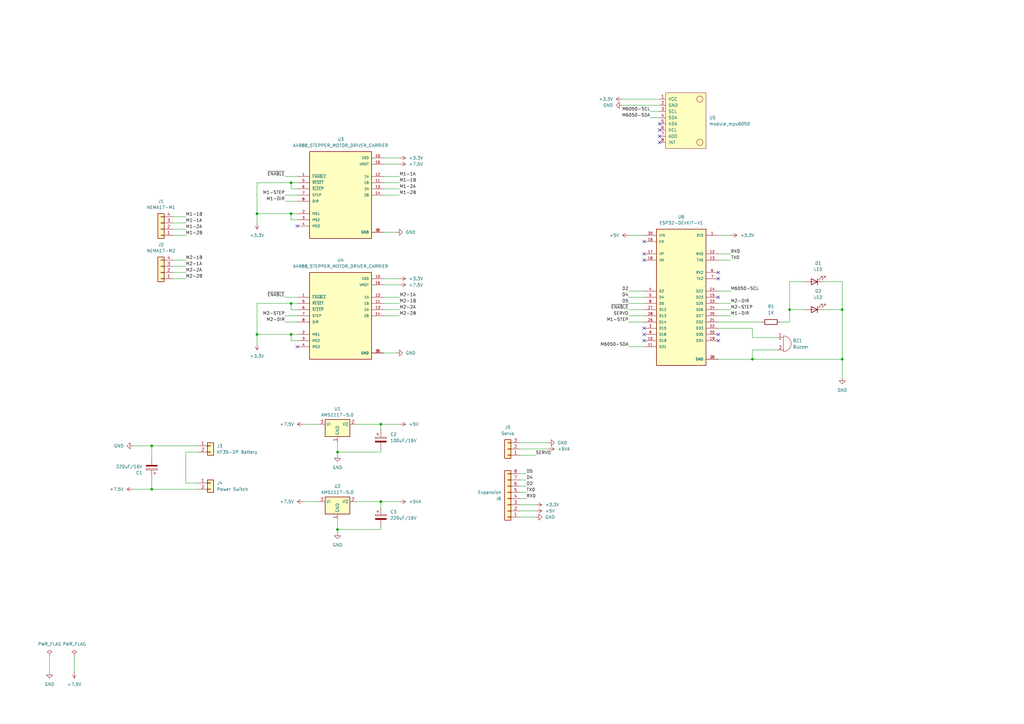
<source format=kicad_sch>
(kicad_sch (version 20230121) (generator eeschema)
  (paper "A3")
  (title_block (title "Stabilix - The 2WD Self-Balancing Robot") (date "2023-12-24") (rev "1.0") (company "Blue Manufatura e Comércio de Eletrônicos Ltda") (comment 2 "Based on JJ Robots open source project") (comment 3 "The 2WD Self-Balancing Robot") (comment 4 "Stabilix"))
  (lib_symbols
    (symbol "A4988_STEPPER_MOTOR_DRIVER_CARRIER:A4988_STEPPER_MOTOR_DRIVER_CARRIER" (pin_names (offset 1.016))
      (property "Reference" "U" (at -12.7 19.05 0))
      (property "Value" "A4988_STEPPER_MOTOR_DRIVER_CARRIER" (at -12.7 -21.59 0))
      (symbol "A4988_STEPPER_MOTOR_DRIVER_CARRIER_0_0"
        (rectangle (start -12.7 -17.78) (end 12.7 17.78) (stroke (width 0.254)) (fill (type background)))
        (pin input line (at -17.78 7.62 0) (length 5.08) (name "~{ENABLE}") (number "1"))
        (pin power_in line (at 17.78 15.24 180) (length 5.08) (name "VDD") (number "10"))
        (pin output line (at 17.78 5.08 180) (length 5.08) (name "1B") (number "11"))
        (pin output line (at 17.78 7.62 180) (length 5.08) (name "1A") (number "12"))
        (pin output line (at 17.78 2.54 180) (length 5.08) (name "2A") (number "13"))
        (pin output line (at 17.78 0 180) (length 5.08) (name "2B") (number "14"))
        (pin power_in line (at 17.78 -15.24 180) (length 5.08) (name "GND") (number "15"))
        (pin power_in line (at 17.78 12.7 180) (length 5.08) (name "VMOT") (number "16"))
        (pin input line (at -17.78 -7.62 0) (length 5.08) (name "MS1") (number "2"))
        (pin input line (at -17.78 -10.16 0) (length 5.08) (name "MS2") (number "3"))
        (pin input line (at -17.78 -12.7 0) (length 5.08) (name "MS3") (number "4"))
        (pin input line (at -17.78 5.08 0) (length 5.08) (name "~{RESET}") (number "5"))
        (pin input line (at -17.78 2.54 0) (length 5.08) (name "~{SLEEP}") (number "6"))
        (pin input line (at -17.78 0 0) (length 5.08) (name "STEP") (number "7"))
        (pin input line (at -17.78 -2.54 0) (length 5.08) (name "DIR") (number "8"))
        (pin power_in line (at 17.78 -15.24 180) (length 5.08) (name "GND") (number "9"))
      )
    )
    (symbol "Connector_Generic:Conn_01x02" (pin_names (offset 1.016) hide)
      (property "Reference" "J" (at 0 2.54 0))
      (property "Value" "Conn_01x02" (at 0 -5.08 0))
      (symbol "Conn_01x02_1_1"
        (rectangle (start -1.27 -2.413) (end 0 -2.667) (stroke (width 0.1524)))
        (rectangle (start -1.27 0.127) (end 0 -0.127) (stroke (width 0.1524)))
        (rectangle (start -1.27 1.27) (end 1.27 -3.81) (stroke (width 0.254)) (fill (type background)))
        (pin passive line (at -5.08 0 0) (length 3.81) (name "Pin_1") (number "1"))
        (pin passive line (at -5.08 -2.54 0) (length 3.81) (name "Pin_2") (number "2"))
      )
    )
    (symbol "Connector_Generic:Conn_01x03" (pin_names (offset 1.016) hide)
      (property "Reference" "J" (at 0 5.08 0))
      (property "Value" "Conn_01x03" (at 0 -5.08 0))
      (symbol "Conn_01x03_1_1"
        (rectangle (start -1.27 -2.413) (end 0 -2.667) (stroke (width 0.1524)))
        (rectangle (start -1.27 0.127) (end 0 -0.127) (stroke (width 0.1524)))
        (rectangle (start -1.27 2.667) (end 0 2.413) (stroke (width 0.1524)))
        (rectangle (start -1.27 3.81) (end 1.27 -3.81) (stroke (width 0.254)) (fill (type background)))
        (pin passive line (at -5.08 2.54 0) (length 3.81) (name "Pin_1") (number "1"))
        (pin passive line (at -5.08 0 0) (length 3.81) (name "Pin_2") (number "2"))
        (pin passive line (at -5.08 -2.54 0) (length 3.81) (name "Pin_3") (number "3"))
      )
    )
    (symbol "Connector_Generic:Conn_01x04" (pin_names (offset 1.016) hide)
      (property "Reference" "J" (at 0 5.08 0))
      (property "Value" "Conn_01x04" (at 0 -7.62 0))
      (symbol "Conn_01x04_1_1"
        (rectangle (start -1.27 -4.953) (end 0 -5.207) (stroke (width 0.1524)))
        (rectangle (start -1.27 -2.413) (end 0 -2.667) (stroke (width 0.1524)))
        (rectangle (start -1.27 0.127) (end 0 -0.127) (stroke (width 0.1524)))
        (rectangle (start -1.27 2.667) (end 0 2.413) (stroke (width 0.1524)))
        (rectangle (start -1.27 3.81) (end 1.27 -6.35) (stroke (width 0.254)) (fill (type background)))
        (pin passive line (at -5.08 2.54 0) (length 3.81) (name "Pin_1") (number "1"))
        (pin passive line (at -5.08 0 0) (length 3.81) (name "Pin_2") (number "2"))
        (pin passive line (at -5.08 -2.54 0) (length 3.81) (name "Pin_3") (number "3"))
        (pin passive line (at -5.08 -5.08 0) (length 3.81) (name "Pin_4") (number "4"))
      )
    )
    (symbol "Connector_Generic:Conn_01x08" (pin_names (offset 1.016) hide)
      (property "Reference" "J" (at 0 10.16 0))
      (property "Value" "Conn_01x08" (at 0 -12.7 0))
      (symbol "Conn_01x08_1_1"
        (rectangle (start -1.27 -10.033) (end 0 -10.287) (stroke (width 0.1524)))
        (rectangle (start -1.27 -7.493) (end 0 -7.747) (stroke (width 0.1524)))
        (rectangle (start -1.27 -4.953) (end 0 -5.207) (stroke (width 0.1524)))
        (rectangle (start -1.27 -2.413) (end 0 -2.667) (stroke (width 0.1524)))
        (rectangle (start -1.27 0.127) (end 0 -0.127) (stroke (width 0.1524)))
        (rectangle (start -1.27 2.667) (end 0 2.413) (stroke (width 0.1524)))
        (rectangle (start -1.27 5.207) (end 0 4.953) (stroke (width 0.1524)))
        (rectangle (start -1.27 7.747) (end 0 7.493) (stroke (width 0.1524)))
        (rectangle (start -1.27 8.89) (end 1.27 -11.43) (stroke (width 0.254)) (fill (type background)))
        (pin passive line (at -5.08 7.62 0) (length 3.81) (name "Pin_1") (number "1"))
        (pin passive line (at -5.08 5.08 0) (length 3.81) (name "Pin_2") (number "2"))
        (pin passive line (at -5.08 2.54 0) (length 3.81) (name "Pin_3") (number "3"))
        (pin passive line (at -5.08 0 0) (length 3.81) (name "Pin_4") (number "4"))
        (pin passive line (at -5.08 -2.54 0) (length 3.81) (name "Pin_5") (number "5"))
        (pin passive line (at -5.08 -5.08 0) (length 3.81) (name "Pin_6") (number "6"))
        (pin passive line (at -5.08 -7.62 0) (length 3.81) (name "Pin_7") (number "7"))
        (pin passive line (at -5.08 -10.16 0) (length 3.81) (name "Pin_8") (number "8"))
      )
    )
    (symbol "Device:Buzzer" (pin_names (offset 0.0254) hide)
      (property "Reference" "BZ" (at 3.81 1.27 0))
      (property "Value" "Buzzer" (at 3.81 -1.27 0))
      (symbol "Buzzer_0_1"
        (arc (start 0 -3.175) (mid 3.1612 0) (end 0 3.175))
        (polyline (pts (xy -1.651 1.905) (xy -1.143 1.905)))
        (polyline (pts (xy -1.397 2.159) (xy -1.397 1.651)))
        (polyline (pts (xy 0 3.175) (xy 0 -3.175)))
      )
      (symbol "Buzzer_1_1"
        (pin passive line (at -2.54 2.54 0) (length 2.54) (name "-") (number "1"))
        (pin passive line (at -2.54 -2.54 0) (length 2.54) (name "+") (number "2"))
      )
    )
    (symbol "Device:C_Polarized" (pin_numbers hide) (pin_names (offset 0.254))
      (property "Reference" "C" (at 0.635 2.54 0))
      (property "Value" "C_Polarized" (at 0.635 -2.54 0))
      (symbol "C_Polarized_0_1"
        (rectangle (start -2.286 0.508) (end 2.286 1.016))
        (polyline (pts (xy -1.778 2.286) (xy -0.762 2.286)))
        (polyline (pts (xy -1.27 2.794) (xy -1.27 1.778)))
        (rectangle (start 2.286 -0.508) (end -2.286 -1.016) (fill (type outline)))
      )
      (symbol "C_Polarized_1_1"
        (pin passive line (at 0 3.81 270) (length 2.794) (name "~") (number "1"))
        (pin passive line (at 0 -3.81 90) (length 2.794) (name "~") (number "2"))
      )
    )
    (symbol "Device:LED" (pin_numbers hide) (pin_names (offset 1.016) hide)
      (property "Reference" "D" (at 0 2.54 0))
      (property "Value" "LED" (at 0 -2.54 0))
      (symbol "LED_0_1"
        (polyline (pts (xy -1.27 -1.27) (xy -1.27 1.27)) (stroke (width 0.254)))
        (polyline (pts (xy -1.27 0) (xy 1.27 0)))
        (polyline (pts (xy 1.27 -1.27) (xy 1.27 1.27) (xy -1.27 0) (xy 1.27 -1.27)) (stroke (width 0.254)))
        (polyline (pts (xy -3.048 -0.762) (xy -4.572 -2.286) (xy -3.81 -2.286) (xy -4.572 -2.286) (xy -4.572 -1.524)))
        (polyline (pts (xy -1.778 -0.762) (xy -3.302 -2.286) (xy -2.54 -2.286) (xy -3.302 -2.286) (xy -3.302 -1.524)))
      )
      (symbol "LED_1_1"
        (pin passive line (at -3.81 0 0) (length 2.54) (name "K") (number "1"))
        (pin passive line (at 3.81 0 180) (length 2.54) (name "A") (number "2"))
      )
    )
    (symbol "Device:R" (pin_numbers hide) (pin_names (offset 0))
      (property "Reference" "R" (at 2.032 0 90))
      (property "Value" "R" (at 0 0 90))
      (symbol "R_0_1"
        (rectangle (start -1.016 -2.54) (end 1.016 2.54) (stroke (width 0.254)))
      )
      (symbol "R_1_1"
        (pin passive line (at 0 3.81 270) (length 1.27) (name "~") (number "1"))
        (pin passive line (at 0 -3.81 90) (length 1.27) (name "~") (number "2"))
      )
    )
    (symbol "ESP32-DEVKIT-V1:ESP32-DEVKIT-V1" (pin_names (offset 1.016))
      (property "Reference" "U" (at -10.16 30.48 0))
      (property "Value" "ESP32-DEVKIT-V1" (at -10.16 -30.48 0))
      (symbol "ESP32-DEVKIT-V1_0_0"
        (rectangle (start -10.16 -27.94) (end 10.16 27.94) (stroke (width 0.254)) (fill (type background)))
        (pin output line (at 15.24 25.4 180) (length 5.08) (name "3V3") (number "1"))
        (pin bidirectional line (at -15.24 -17.78 0) (length 5.08) (name "D19") (number "10"))
        (pin bidirectional line (at -15.24 -20.32 0) (length 5.08) (name "D21") (number "11"))
        (pin input line (at 15.24 17.78 180) (length 5.08) (name "RX0") (number "12"))
        (pin output line (at 15.24 15.24 180) (length 5.08) (name "TX0") (number "13"))
        (pin bidirectional line (at 15.24 2.54 180) (length 5.08) (name "D22") (number "14"))
        (pin bidirectional line (at 15.24 0 180) (length 5.08) (name "D23") (number "15"))
        (pin input line (at -15.24 22.86 0) (length 5.08) (name "EN") (number "16"))
        (pin bidirectional line (at -15.24 17.78 0) (length 5.08) (name "VP") (number "17"))
        (pin bidirectional line (at -15.24 15.24 0) (length 5.08) (name "VN") (number "18"))
        (pin bidirectional line (at 15.24 -17.78 180) (length 5.08) (name "D34") (number "19"))
        (pin power_in line (at 15.24 -25.4 180) (length 5.08) (name "GND") (number "2"))
        (pin bidirectional line (at 15.24 -15.24 180) (length 5.08) (name "D35") (number "20"))
        (pin bidirectional line (at 15.24 -10.16 180) (length 5.08) (name "D32") (number "21"))
        (pin bidirectional line (at 15.24 -12.7 180) (length 5.08) (name "D33") (number "22"))
        (pin bidirectional line (at 15.24 -2.54 180) (length 5.08) (name "D25") (number "23"))
        (pin bidirectional line (at 15.24 -5.08 180) (length 5.08) (name "D26") (number "24"))
        (pin bidirectional line (at 15.24 -7.62 180) (length 5.08) (name "D27") (number "25"))
        (pin bidirectional line (at -15.24 -10.16 0) (length 5.08) (name "D14") (number "26"))
        (pin bidirectional line (at -15.24 -5.08 0) (length 5.08) (name "D12") (number "27"))
        (pin bidirectional line (at -15.24 -7.62 0) (length 5.08) (name "D13") (number "28"))
        (pin power_in line (at 15.24 -25.4 180) (length 5.08) (name "GND") (number "29"))
        (pin bidirectional line (at -15.24 -12.7 0) (length 5.08) (name "D15") (number "3"))
        (pin input line (at -15.24 25.4 0) (length 5.08) (name "VIN") (number "30"))
        (pin bidirectional line (at -15.24 2.54 0) (length 5.08) (name "D2") (number "4"))
        (pin bidirectional line (at -15.24 0 0) (length 5.08) (name "D4") (number "5"))
        (pin input line (at 15.24 10.16 180) (length 5.08) (name "RX2") (number "6"))
        (pin output line (at 15.24 7.62 180) (length 5.08) (name "TX2") (number "7"))
        (pin bidirectional line (at -15.24 -2.54 0) (length 5.08) (name "D5") (number "8"))
        (pin bidirectional line (at -15.24 -15.24 0) (length 5.08) (name "D18") (number "9"))
      )
    )
    (symbol "Regulator_Linear:AMS1117-5.0"
      (property "Reference" "U" (at -3.81 3.175 0))
      (property "Value" "AMS1117-5.0" (at 0 3.175 0))
      (symbol "AMS1117-5.0_0_1"
        (rectangle (start -5.08 -5.08) (end 5.08 1.905) (stroke (width 0.254)) (fill (type background)))
      )
      (symbol "AMS1117-5.0_1_1"
        (pin power_in line (at 0 -7.62 90) (length 2.54) (name "GND") (number "1"))
        (pin power_out line (at 7.62 0 180) (length 2.54) (name "VO") (number "2"))
        (pin power_in line (at -7.62 0 0) (length 2.54) (name "VI") (number "3"))
      )
    )
    (symbol "power:+3.3V" (power) (pin_names (offset 0))
      (property "Value" "+3.3V" (at 0 3.556 0))
      (symbol "+3.3V_0_1"
        (polyline (pts (xy -0.762 1.27) (xy 0 2.54)))
        (polyline (pts (xy 0 0) (xy 0 2.54)))
        (polyline (pts (xy 0 2.54) (xy 0.762 1.27)))
      )
      (symbol "+3.3V_1_1"
        (pin power_in line (at 0 0 90) (length 0) hide (name "+3.3V") (number "1"))
      )
    )
    (symbol "power:+5V" (power) (pin_names (offset 0))
      (property "Value" "+5V" (at 0 3.556 0))
      (symbol "+5V_0_1"
        (polyline (pts (xy -0.762 1.27) (xy 0 2.54)))
        (polyline (pts (xy 0 0) (xy 0 2.54)))
        (polyline (pts (xy 0 2.54) (xy 0.762 1.27)))
      )
      (symbol "+5V_1_1"
        (pin power_in line (at 0 0 90) (length 0) hide (name "+5V") (number "1"))
      )
    )
    (symbol "power:+5VA" (power) (pin_names (offset 0))
      (property "Value" "+5VA" (at 0 3.556 0))
      (symbol "+5VA_0_1"
        (polyline (pts (xy -0.762 1.27) (xy 0 2.54)))
        (polyline (pts (xy 0 0) (xy 0 2.54)))
        (polyline (pts (xy 0 2.54) (xy 0.762 1.27)))
      )
      (symbol "+5VA_1_1"
        (pin power_in line (at 0 0 90) (length 0) hide (name "+5VA") (number "1"))
      )
    )
    (symbol "power:+7.5V" (power) (pin_names (offset 0))
      (property "Value" "+7.5V" (at 0 3.556 0))
      (symbol "+7.5V_0_1"
        (polyline (pts (xy -0.762 1.27) (xy 0 2.54)))
        (polyline (pts (xy 0 0) (xy 0 2.54)))
        (polyline (pts (xy 0 2.54) (xy 0.762 1.27)))
      )
      (symbol "+7.5V_1_1"
        (pin power_in line (at 0 0 90) (length 0) hide (name "+7.5V") (number "1"))
      )
    )
    (symbol "power:GND" (power) (pin_names (offset 0))
      (property "Value" "GND" (at 0 -3.81 0))
      (symbol "GND_0_1"
        (polyline (pts (xy 0 0) (xy 0 -1.27) (xy 1.27 -1.27) (xy 0 -2.54) (xy -1.27 -1.27) (xy 0 -1.27)))
      )
      (symbol "GND_1_1"
        (pin power_in line (at 0 0 270) (length 0) hide (name "GND") (number "1"))
      )
    )
    (symbol "power:PWR_FLAG" (power) (pin_numbers hide) (pin_names (offset 0) hide)
      (property "Value" "PWR_FLAG" (at 0 3.81 0))
      (symbol "PWR_FLAG_0_0"
        (pin power_out line (at 0 0 90) (length 0) (name "pwr") (number "1"))
      )
      (symbol "PWR_FLAG_0_1"
        (polyline (pts (xy 0 0) (xy 0 1.27) (xy -1.016 1.905) (xy 0 2.54) (xy 1.016 1.905) (xy 0 1.27)))
      )
    )
    (symbol "usini_sensors:module_mpu6050" (pin_names (offset 1.016))
      (property "Reference" "U" (at 2.54 21.59 0))
      (property "Value" "module_mpu6050" (at 11.43 -3.81 0))
      (symbol "module_mpu6050_0_1"
        (rectangle (start 2.54 20.32) (end 19.05 -2.54) (fill (type background)))
        (circle (center 16.51 0) (radius 1.27))
        (circle (center 16.51 17.78) (radius 1.27))
      )
      (symbol "module_mpu6050_1_1"
        (pin input line (at 0 17.78 0) (length 2.54) (name "VCC") (number "1"))
        (pin input line (at 0 15.24 0) (length 2.54) (name "GND") (number "2"))
        (pin input line (at 0 12.7 0) (length 2.54) (name "SCL") (number "3"))
        (pin input line (at 0 10.16 0) (length 2.54) (name "SDA") (number "4"))
        (pin input line (at 0 7.62 0) (length 2.54) (name "XDA") (number "5"))
        (pin input line (at 0 5.08 0) (length 2.54) (name "XCL") (number "6"))
        (pin input line (at 0 2.54 0) (length 2.54) (name "ADD") (number "7"))
        (pin input line (at 0 0 0) (length 2.54) (name "INT") (number "8"))
      )
    )
  )
  (junction (at 138.43 185.42))
  (junction (at 308.61 147.32))
  (junction (at 105.41 87.63))
  (junction (at 156.21 205.74))
  (junction (at 119.38 124.46))
  (junction (at 119.38 74.93))
  (junction (at 119.38 87.63))
  (junction (at 323.85 127))
  (junction (at 345.44 127))
  (junction (at 156.21 173.99))
  (junction (at 62.23 200.66))
  (junction (at 62.23 182.88))
  (junction (at 138.43 217.17))
  (junction (at 105.41 137.16))
  (junction (at 119.38 137.16))
  (junction (at 345.44 147.32))
  (no_connect (at 264.16 134.62))
  (no_connect (at 270.51 55.88))
  (no_connect (at 294.64 114.3))
  (no_connect (at 270.51 50.8))
  (no_connect (at 270.51 58.42))
  (no_connect (at 294.64 137.16))
  (no_connect (at 270.51 53.34))
  (no_connect (at 294.64 139.7))
  (no_connect (at 264.16 99.06))
  (no_connect (at 264.16 137.16))
  (no_connect (at 264.16 104.14))
  (no_connect (at 121.92 142.24))
  (no_connect (at 264.16 106.68))
  (no_connect (at 121.92 92.71))
  (no_connect (at 294.64 111.76))
  (no_connect (at 294.64 121.92))
  (no_connect (at 264.16 139.7))
  (wire (pts (xy 156.21 184.15) (xy 156.21 185.42)))
  (wire (pts (xy 255.27 40.64) (xy 270.51 40.64)))
  (wire (pts (xy 157.48 114.3) (xy 163.83 114.3)))
  (wire (pts (xy 116.84 82.55) (xy 121.92 82.55)))
  (wire (pts (xy 156.21 215.9) (xy 156.21 217.17)))
  (wire (pts (xy 323.85 115.57) (xy 323.85 127)))
  (wire (pts (xy 20.32 269.24) (xy 20.32 275.59)))
  (wire (pts (xy 157.48 77.47) (xy 163.83 77.47)))
  (wire (pts (xy 264.16 142.24) (xy 257.81 142.24)))
  (wire (pts (xy 138.43 181.61) (xy 138.43 185.42)))
  (wire (pts (xy 76.2 198.12) (xy 81.28 198.12)))
  (wire (pts (xy 121.92 90.17) (xy 119.38 90.17)))
  (wire (pts (xy 62.23 182.88) (xy 81.28 182.88)))
  (wire (pts (xy 308.61 138.43) (xy 308.61 134.62)))
  (wire (pts (xy 119.38 139.7) (xy 119.38 137.16)))
  (wire (pts (xy 213.36 181.61) (xy 224.79 181.61)))
  (wire (pts (xy 308.61 147.32) (xy 308.61 143.51)))
  (wire (pts (xy 71.12 114.3) (xy 76.2 114.3)))
  (wire (pts (xy 54.61 182.88) (xy 62.23 182.88)))
  (wire (pts (xy 105.41 91.44) (xy 105.41 87.63)))
  (wire (pts (xy 215.9 199.39) (xy 213.36 199.39)))
  (wire (pts (xy 146.05 205.74) (xy 156.21 205.74)))
  (wire (pts (xy 215.9 204.47) (xy 213.36 204.47)))
  (wire (pts (xy 119.38 74.93) (xy 105.41 74.93)))
  (wire (pts (xy 119.38 90.17) (xy 119.38 87.63)))
  (wire (pts (xy 116.84 129.54) (xy 121.92 129.54)))
  (wire (pts (xy 119.38 77.47) (xy 119.38 74.93)))
  (wire (pts (xy 215.9 194.31) (xy 213.36 194.31)))
  (wire (pts (xy 157.48 80.01) (xy 163.83 80.01)))
  (wire (pts (xy 294.64 119.38) (xy 299.72 119.38)))
  (wire (pts (xy 294.64 104.14) (xy 299.72 104.14)))
  (wire (pts (xy 71.12 91.44) (xy 76.2 91.44)))
  (wire (pts (xy 320.04 132.08) (xy 323.85 132.08)))
  (wire (pts (xy 105.41 124.46) (xy 105.41 137.16)))
  (wire (pts (xy 71.12 109.22) (xy 76.2 109.22)))
  (wire (pts (xy 119.38 127) (xy 119.38 124.46)))
  (wire (pts (xy 76.2 185.42) (xy 76.2 198.12)))
  (wire (pts (xy 157.48 67.31) (xy 163.83 67.31)))
  (wire (pts (xy 105.41 140.97) (xy 105.41 137.16)))
  (wire (pts (xy 224.79 184.15) (xy 213.36 184.15)))
  (wire (pts (xy 71.12 111.76) (xy 76.2 111.76)))
  (wire (pts (xy 116.84 80.01) (xy 121.92 80.01)))
  (wire (pts (xy 157.48 116.84) (xy 163.83 116.84)))
  (wire (pts (xy 105.41 137.16) (xy 119.38 137.16)))
  (wire (pts (xy 30.48 269.24) (xy 30.48 275.59)))
  (wire (pts (xy 119.38 124.46) (xy 105.41 124.46)))
  (wire (pts (xy 257.81 129.54) (xy 264.16 129.54)))
  (wire (pts (xy 116.84 132.08) (xy 121.92 132.08)))
  (wire (pts (xy 105.41 87.63) (xy 119.38 87.63)))
  (wire (pts (xy 121.92 74.93) (xy 119.38 74.93)))
  (wire (pts (xy 323.85 127) (xy 330.2 127)))
  (wire (pts (xy 257.81 127) (xy 264.16 127)))
  (wire (pts (xy 219.71 207.01) (xy 213.36 207.01)))
  (wire (pts (xy 156.21 173.99) (xy 156.21 176.53)))
  (wire (pts (xy 71.12 93.98) (xy 76.2 93.98)))
  (wire (pts (xy 62.23 182.88) (xy 62.23 187.96)))
  (wire (pts (xy 157.48 64.77) (xy 163.83 64.77)))
  (wire (pts (xy 163.83 173.99) (xy 156.21 173.99)))
  (wire (pts (xy 219.71 209.55) (xy 213.36 209.55)))
  (wire (pts (xy 266.7 45.72) (xy 270.51 45.72)))
  (wire (pts (xy 294.64 96.52) (xy 299.72 96.52)))
  (wire (pts (xy 54.61 200.66) (xy 62.23 200.66)))
  (wire (pts (xy 323.85 115.57) (xy 330.2 115.57)))
  (wire (pts (xy 121.92 124.46) (xy 119.38 124.46)))
  (wire (pts (xy 138.43 217.17) (xy 138.43 218.44)))
  (wire (pts (xy 345.44 147.32) (xy 345.44 127)))
  (wire (pts (xy 266.7 48.26) (xy 270.51 48.26)))
  (wire (pts (xy 163.83 205.74) (xy 156.21 205.74)))
  (wire (pts (xy 323.85 132.08) (xy 323.85 127)))
  (wire (pts (xy 121.92 139.7) (xy 119.38 139.7)))
  (wire (pts (xy 308.61 143.51) (xy 318.77 143.51)))
  (wire (pts (xy 157.48 144.78) (xy 162.56 144.78)))
  (wire (pts (xy 157.48 124.46) (xy 163.83 124.46)))
  (wire (pts (xy 156.21 185.42) (xy 138.43 185.42)))
  (wire (pts (xy 156.21 205.74) (xy 156.21 208.28)))
  (wire (pts (xy 71.12 88.9) (xy 76.2 88.9)))
  (wire (pts (xy 257.81 132.08) (xy 264.16 132.08)))
  (wire (pts (xy 119.38 137.16) (xy 121.92 137.16)))
  (wire (pts (xy 294.64 132.08) (xy 312.42 132.08)))
  (wire (pts (xy 157.48 129.54) (xy 163.83 129.54)))
  (wire (pts (xy 62.23 195.58) (xy 62.23 200.66)))
  (wire (pts (xy 138.43 185.42) (xy 138.43 186.69)))
  (wire (pts (xy 337.82 127) (xy 345.44 127)))
  (wire (pts (xy 345.44 115.57) (xy 345.44 127)))
  (wire (pts (xy 215.9 201.93) (xy 213.36 201.93)))
  (wire (pts (xy 124.46 173.99) (xy 130.81 173.99)))
  (wire (pts (xy 257.81 96.52) (xy 264.16 96.52)))
  (wire (pts (xy 157.48 74.93) (xy 163.83 74.93)))
  (wire (pts (xy 213.36 186.69) (xy 219.71 186.69)))
  (wire (pts (xy 156.21 217.17) (xy 138.43 217.17)))
  (wire (pts (xy 294.64 147.32) (xy 308.61 147.32)))
  (wire (pts (xy 257.81 119.38) (xy 264.16 119.38)))
  (wire (pts (xy 105.41 74.93) (xy 105.41 87.63)))
  (wire (pts (xy 215.9 196.85) (xy 213.36 196.85)))
  (wire (pts (xy 255.27 43.18) (xy 270.51 43.18)))
  (wire (pts (xy 157.48 95.25) (xy 162.56 95.25)))
  (wire (pts (xy 119.38 87.63) (xy 121.92 87.63)))
  (wire (pts (xy 308.61 147.32) (xy 345.44 147.32)))
  (wire (pts (xy 157.48 127) (xy 163.83 127)))
  (wire (pts (xy 257.81 124.46) (xy 264.16 124.46)))
  (wire (pts (xy 157.48 121.92) (xy 163.83 121.92)))
  (wire (pts (xy 71.12 106.68) (xy 76.2 106.68)))
  (wire (pts (xy 308.61 134.62) (xy 294.64 134.62)))
  (wire (pts (xy 308.61 138.43) (xy 318.77 138.43)))
  (wire (pts (xy 294.64 127) (xy 299.72 127)))
  (wire (pts (xy 116.84 72.39) (xy 121.92 72.39)))
  (wire (pts (xy 121.92 77.47) (xy 119.38 77.47)))
  (wire (pts (xy 294.64 106.68) (xy 299.72 106.68)))
  (wire (pts (xy 157.48 72.39) (xy 163.83 72.39)))
  (wire (pts (xy 294.64 124.46) (xy 299.72 124.46)))
  (wire (pts (xy 294.64 129.54) (xy 299.72 129.54)))
  (wire (pts (xy 71.12 96.52) (xy 76.2 96.52)))
  (wire (pts (xy 337.82 115.57) (xy 345.44 115.57)))
  (wire (pts (xy 124.46 205.74) (xy 130.81 205.74)))
  (wire (pts (xy 219.71 212.09) (xy 213.36 212.09)))
  (wire (pts (xy 116.84 121.92) (xy 121.92 121.92)))
  (wire (pts (xy 62.23 200.66) (xy 81.28 200.66)))
  (wire (pts (xy 81.28 185.42) (xy 76.2 185.42)))
  (wire (pts (xy 146.05 173.99) (xy 156.21 173.99)))
  (wire (pts (xy 138.43 213.36) (xy 138.43 217.17)))
  (wire (pts (xy 257.81 121.92) (xy 264.16 121.92)))
  (wire (pts (xy 121.92 127) (xy 119.38 127)))
  (wire (pts (xy 345.44 147.32) (xy 345.44 154.94)))
  (label "TX0" (at 299.72 106.68 0))
  (label "M1-2A" (at 76.2 93.98 0))
  (label "TX0" (at 215.9 201.93 0))
  (label "M1-DIR" (at 299.72 129.54 0))
  (label "M2-DIR" (at 116.84 132.08 180))
  (label "M1-1A" (at 163.83 72.39 0))
  (label "M1-DIR" (at 116.84 82.55 180))
  (label "M1-STEP" (at 116.84 80.01 180))
  (label "M1-1B" (at 76.2 88.9 0))
  (label "M6050-SCL" (at 299.72 119.38 0))
  (label "D5" (at 215.9 194.31 0))
  (label "M2-2B" (at 76.2 114.3 0))
  (label "M2-2B" (at 163.83 129.54 0))
  (label "M1-2B" (at 163.83 80.01 0))
  (label "M2-DIR" (at 299.72 124.46 0))
  (label "M2-STEP" (at 299.72 127 0))
  (label "SERVO" (at 257.81 129.54 180))
  (label "M2-2A" (at 76.2 111.76 0))
  (label "M6050-SDA" (at 266.7 48.26 180))
  (label "M2-2A" (at 163.83 127 0))
  (label "D2" (at 215.9 199.39 0))
  (label "~{ENABLE}" (at 116.84 72.39 180))
  (label "M6050-SDA" (at 257.81 142.24 180))
  (label "M6050-SCL" (at 266.7 45.72 180))
  (label "M2-1A" (at 76.2 109.22 0))
  (label "~{ENABLE}" (at 116.84 121.92 180))
  (label "M2-1B" (at 163.83 124.46 0))
  (label "~{ENABLE}" (at 257.81 127 180))
  (label "M2-STEP" (at 116.84 129.54 180))
  (label "RX0" (at 299.72 104.14 0))
  (label "SERVO" (at 219.71 186.69 0))
  (label "M1-2B" (at 76.2 96.52 0))
  (label "M1-2A" (at 163.83 77.47 0))
  (label "D4" (at 215.9 196.85 0))
  (label "D4" (at 257.81 121.92 180))
  (label "M1-1B" (at 163.83 74.93 0))
  (label "D2" (at 257.81 119.38 180))
  (label "M2-1B" (at 76.2 106.68 0))
  (label "RX0" (at 215.9 204.47 0))
  (label "D5" (at 257.81 124.46 180))
  (label "M2-1A" (at 163.83 121.92 0))
  (label "M1-1A" (at 76.2 91.44 0))
  (label "M1-STEP" (at 257.81 132.08 180))
  (symbol (lib_id "Device:Buzzer") (at 321.31 140.97 0) (unit 1)
    (property "Reference" "BZ1" (at 325.12 139.7 0) (effects (justify left)))
    (property "Value" "Buzzer" (at 325.12 142.24 0) (effects (justify left)))
    (property "Footprint" "Buzzer_Beeper:Buzzer_12x9.5RM7.6" (effects hide))
  )
  (symbol (lib_id "power:GND") (at 20.32 275.59 0) (unit 1)
    (property "Reference" "#PWR01" (effects hide))
    (property "Value" "GND" (at 20.32 280.67 0))
  )
  (symbol (lib_id "power:+7.5V") (at 54.61 200.66 90) (unit 1)
    (property "Reference" "#PWR04" (effects hide))
    (property "Value" "+7.5V" (at 50.8 200.66 90) (effects (justify left)))
  )
  (symbol (lib_id "power:+3.3V") (at 255.27 40.64 90) (unit 1)
    (property "Reference" "#PWR021" (effects hide))
    (property "Value" "+3.3V" (at 251.46 40.64 90) (effects (justify left)))
  )
  (symbol (lib_id "Device:C_Polarized") (at 156.21 180.34 0) (unit 1)
    (property "Reference" "C2" (at 160.02 178.181 0) (effects (justify left)))
    (property "Value" "100uF/16V" (at 160.02 180.721 0) (effects (justify left)))
    (property "Footprint" "Capacitor_THT:CP_Radial_D5.0mm_P2.50mm" (effects hide))
  )
  (symbol (lib_id "power:GND") (at 54.61 182.88 270) (unit 1)
    (property "Reference" "#PWR03" (effects hide))
    (property "Value" "GND" (at 50.8 182.88 90) (effects (justify right)))
  )
  (symbol (lib_id "power:+3.3V") (at 299.72 96.52 270) (unit 1)
    (property "Reference" "#PWR024" (effects hide))
    (property "Value" "+3.3V" (at 303.53 96.52 90) (effects (justify left)))
  )
  (symbol (lib_id "ESP32-DEVKIT-V1:ESP32-DEVKIT-V1") (at 279.4 121.92 0) (unit 1)
    (property "Reference" "U6" (at 279.4 88.9 0))
    (property "Value" "ESP32-DEVKIT-V1" (at 279.4 91.44 0))
    (property "Footprint" "libraries:MODULE_ESP32_DEVKIT_V1" (effects hide))
    (property "MF" "Do it" (effects hide))
    (property "MAXIMUM_PACKAGE_HEIGHT" "6.8 mm" (effects hide))
    (property "Package" "None" (effects hide))
    (property "Price" "None" (effects hide))
    (property "Check_prices" "https://www.snapeda.com/parts/ESP32-DEVKIT-V1/Do+it/view-part/?ref=eda" (effects hide))
    (property "STANDARD" "Manufacturer Recommendations" (effects hide))
    (property "PARTREV" "N/A" (effects hide))
    (property "SnapEDA_Link" "https://www.snapeda.com/parts/ESP32-DEVKIT-V1/Do+it/view-part/?ref=snap" (effects hide))
    (property "MP" "ESP32-DEVKIT-V1" (effects hide))
    (property "Description" "\nDual core, Wi-Fi: 2.4 GHz up to 150 Mbits/s,BLE (Bluetooth Low Energy) and legacy Bluetooth, 32 bits, Up to 240 MHz\n" (effects hide))
    (property "Availability" "Not in stock" (effects hide))
    (property "MANUFACTURER" "DOIT" (effects hide))
  )
  (symbol (lib_id "power:+3.3V") (at 163.83 114.3 270) (unit 1)
    (property "Reference" "#PWR015" (effects hide))
    (property "Value" "+3.3V" (at 167.64 114.3 90) (effects (justify left)))
  )
  (symbol (lib_id "Device:LED") (at 334.01 115.57 180) (unit 1)
    (property "Reference" "D1" (at 335.5975 107.95 0))
    (property "Value" "LED" (at 335.5975 110.49 0))
    (property "Footprint" "LED_THT:LED_D3.0mm" (effects hide))
  )
  (symbol (lib_id "power:GND") (at 345.44 154.94 0) (unit 1)
    (property "Reference" "#PWR025" (effects hide))
    (property "Value" "GND" (at 345.44 160.02 0))
  )
  (symbol (lib_id "power:+5V") (at 163.83 173.99 270) (unit 1)
    (property "Reference" "#PWR017" (effects hide))
    (property "Value" "+5V" (at 167.64 173.99 90) (effects (justify left)))
  )
  (symbol (lib_id "Connector_Generic:Conn_01x08") (at 208.28 204.47 180) (unit 1)
    (property "Reference" "J6" (at 205.74 204.47 0) (effects (justify left)))
    (property "Value" "Expansion" (at 205.74 201.93 0) (effects (justify left)))
    (property "Footprint" "Connector_PinHeader_2.54mm:PinHeader_2x04_P2.54mm_Vertical" (effects hide))
  )
  (symbol (lib_id "power:+7.5V") (at 163.83 67.31 270) (unit 1)
    (property "Reference" "#PWR014" (effects hide))
    (property "Value" "+7.5V" (at 167.64 67.31 90) (effects (justify left)))
  )
  (symbol (lib_id "power:PWR_FLAG") (at 20.32 269.24 0) (unit 1)
    (property "Reference" "#FLG01" (effects hide))
    (property "Value" "PWR_FLAG" (at 20.32 264.16 0))
  )
  (symbol (lib_id "Device:C_Polarized") (at 62.23 191.77 180) (unit 1)
    (property "Reference" "C1" (at 58.42 193.929 0) (effects (justify left)))
    (property "Value" "220uF/16V" (at 58.42 191.389 0) (effects (justify left)))
    (property "Footprint" "Capacitor_THT:CP_Radial_D6.3mm_P2.50mm" (effects hide))
  )
  (symbol (lib_id "Connector_Generic:Conn_01x03") (at 208.28 184.15 180) (unit 1)
    (property "Reference" "J5" (at 208.28 175.26 0))
    (property "Value" "Servo" (at 208.28 177.8 0))
    (property "Footprint" "Connector_PinHeader_2.54mm:PinHeader_1x03_P2.54mm_Vertical" (effects hide))
  )
  (symbol (lib_id "power:+3.3V") (at 105.41 91.44 180) (unit 1)
    (property "Reference" "#PWR05" (effects hide))
    (property "Value" "+3.3V" (at 105.41 96.52 0))
  )
  (symbol (lib_id "power:+3.3V") (at 163.83 64.77 270) (unit 1)
    (property "Reference" "#PWR013" (effects hide))
    (property "Value" "+3.3V" (at 167.64 64.77 90) (effects (justify left)))
  )
  (symbol (lib_id "Connector_Generic:Conn_01x04") (at 66.04 111.76 180) (unit 1)
    (property "Reference" "J2" (at 66.04 100.33 0))
    (property "Value" "NEMA17-M2" (at 66.04 102.87 0))
    (property "Footprint" "Connector_PinHeader_2.54mm:PinHeader_1x04_P2.54mm_Vertical" (effects hide))
  )
  (symbol (lib_id "power:GND") (at 162.56 144.78 90) (unit 1)
    (property "Reference" "#PWR012" (effects hide))
    (property "Value" "GND" (at 166.37 144.78 90) (effects (justify right)))
  )
  (symbol (lib_id "Device:C_Polarized") (at 156.21 212.09 0) (unit 1)
    (property "Reference" "C3" (at 160.02 209.931 0) (effects (justify left)))
    (property "Value" "220uF/16V" (at 160.02 212.471 0) (effects (justify left)))
    (property "Footprint" "Capacitor_THT:CP_Radial_D6.3mm_P2.50mm" (effects hide))
  )
  (symbol (lib_id "Connector_Generic:Conn_01x02") (at 86.36 182.88 0) (unit 1)
    (property "Reference" "J3" (at 88.9 182.88 0) (effects (justify left)))
    (property "Value" "KF35-2P Battery" (at 88.9 185.42 0) (effects (justify left)))
    (property "Footprint" "TerminalBlock:TerminalBlock_bornier-2_P5.08mm" (effects hide))
  )
  (symbol (lib_id "power:+7.5V") (at 30.48 275.59 180) (unit 1)
    (property "Reference" "#PWR02" (effects hide))
    (property "Value" "+7.5V" (at 30.48 280.67 0))
  )
  (symbol (lib_id "power:+5V") (at 219.71 209.55 270) (unit 1)
    (property "Reference" "#PWR027" (effects hide))
    (property "Value" "+5V" (at 223.52 209.55 90) (effects (justify left)))
  )
  (symbol (lib_id "power:+5VA") (at 224.79 184.15 270) (unit 1)
    (property "Reference" "#PWR020" (effects hide))
    (property "Value" "+5VA" (at 228.6 184.15 90) (effects (justify left)))
  )
  (symbol (lib_id "power:+7.5V") (at 124.46 205.74 90) (unit 1)
    (property "Reference" "#PWR08" (effects hide))
    (property "Value" "+7.5V" (at 120.65 205.74 90) (effects (justify left)))
  )
  (symbol (lib_id "power:+7.5V") (at 124.46 173.99 90) (unit 1)
    (property "Reference" "#PWR07" (effects hide))
    (property "Value" "+7.5V" (at 120.65 173.99 90) (effects (justify left)))
  )
  (symbol (lib_id "power:GND") (at 162.56 95.25 90) (unit 1)
    (property "Reference" "#PWR011" (effects hide))
    (property "Value" "GND" (at 166.37 95.25 90) (effects (justify right)))
  )
  (symbol (lib_id "Connector_Generic:Conn_01x04") (at 66.04 93.98 180) (unit 1)
    (property "Reference" "J1" (at 66.04 82.55 0))
    (property "Value" "NEMA17-M1" (at 66.04 85.09 0))
    (property "Footprint" "Connector_PinHeader_2.54mm:PinHeader_1x04_P2.54mm_Vertical" (effects hide))
  )
  (symbol (lib_id "power:+3.3V") (at 219.71 207.01 270) (unit 1)
    (property "Reference" "#PWR028" (effects hide))
    (property "Value" "+3.3V" (at 223.52 207.01 90) (effects (justify left)))
  )
  (symbol (lib_id "A4988_STEPPER_MOTOR_DRIVER_CARRIER:A4988_STEPPER_MOTOR_DRIVER_CARRIER") (at 139.7 129.54 0) (unit 1)
    (property "Reference" "U4" (at 139.7 106.68 0))
    (property "Value" "A4988_STEPPER_MOTOR_DRIVER_CARRIER" (at 139.7 109.22 0))
    (property "Footprint" "libraries:MODULE_A4988_STEPPER_MOTOR_DRIVER_CARRIER" (effects hide))
    (property "MF" "Pololu" (effects hide))
    (property "DESCRIPTION" "Stepper motor controler; IC: A4988; 1A; Uin mot: 8÷35V" (effects hide))
    (property "PACKAGE" "None" (effects hide))
    (property "PRICE" "None" (effects hide))
    (property "Package" "None" (effects hide))
    (property "Check_prices" "https://www.snapeda.com/parts/A4988%20STEPPER%20MOTOR%20DRIVER%20CARRIER/Pololu/view-part/?ref=eda" (effects hide))
    (property "Price" "None" (effects hide))
    (property "SnapEDA_Link" "https://www.snapeda.com/parts/A4988%20STEPPER%20MOTOR%20DRIVER%20CARRIER/Pololu/view-part/?ref=snap" (effects hide))
    (property "MP" "A4988 STEPPER MOTOR DRIVER CARRIER" (effects hide))
    (property "Availability" "Not in stock" (effects hide))
    (property "AVAILABILITY" "Unavailable" (effects hide))
    (property "Description" "\nStepper Motor Driver\n" (effects hide))
  )
  (symbol (lib_id "power:+5V") (at 257.81 96.52 90) (unit 1)
    (property "Reference" "#PWR023" (effects hide))
    (property "Value" "+5V" (at 254 96.52 90) (effects (justify left)))
  )
  (symbol (lib_id "power:+7.5V") (at 163.83 116.84 270) (unit 1)
    (property "Reference" "#PWR016" (effects hide))
    (property "Value" "+7.5V" (at 167.64 116.84 90) (effects (justify left)))
  )
  (symbol (lib_id "Regulator_Linear:AMS1117-5.0") (at 138.43 173.99 0) (unit 1)
    (property "Reference" "U1" (at 138.43 167.64 0))
    (property "Value" "AMS1117-5.0" (at 138.43 170.18 0))
    (property "Footprint" "Package_TO_SOT_SMD:SOT-223-3_TabPin2" (effects hide))
    (property "Datasheet" "http://www.advanced-monolithic.com/pdf/ds1117.pdf" (effects hide))
  )
  (symbol (lib_id "power:PWR_FLAG") (at 30.48 269.24 0) (unit 1)
    (property "Reference" "#FLG02" (effects hide))
    (property "Value" "PWR_FLAG" (at 30.48 264.16 0))
  )
  (symbol (lib_id "power:GND") (at 138.43 218.44 0) (unit 1)
    (property "Reference" "#PWR010" (effects hide))
    (property "Value" "GND" (at 138.43 223.52 0))
  )
  (symbol (lib_id "Device:R") (at 316.23 132.08 90) (unit 1)
    (property "Reference" "R1" (at 316.23 125.73 90))
    (property "Value" "1K" (at 316.23 128.27 90))
    (property "Footprint" "Resistor_THT:R_Axial_DIN0207_L6.3mm_D2.5mm_P10.16mm_Horizontal" (effects hide))
  )
  (symbol (lib_id "Device:LED") (at 334.01 127 180) (unit 1)
    (property "Reference" "D2" (at 335.5975 119.38 0))
    (property "Value" "LED" (at 335.5975 121.92 0))
    (property "Footprint" "LED_THT:LED_D3.0mm" (effects hide))
  )
  (symbol (lib_id "power:GND") (at 224.79 181.61 90) (unit 1)
    (property "Reference" "#PWR019" (effects hide))
    (property "Value" "GND" (at 228.6 181.61 90) (effects (justify right)))
  )
  (symbol (lib_id "Regulator_Linear:AMS1117-5.0") (at 138.43 205.74 0) (unit 1)
    (property "Reference" "U2" (at 138.43 199.39 0))
    (property "Value" "AMS1117-5.0" (at 138.43 201.93 0))
    (property "Footprint" "Package_TO_SOT_SMD:SOT-223-3_TabPin2" (effects hide))
    (property "Datasheet" "http://www.advanced-monolithic.com/pdf/ds1117.pdf" (effects hide))
  )
  (symbol (lib_id "power:GND") (at 255.27 43.18 270) (unit 1)
    (property "Reference" "#PWR022" (effects hide))
    (property "Value" "GND" (at 251.46 43.18 90) (effects (justify right)))
  )
  (symbol (lib_id "power:GND") (at 138.43 186.69 0) (unit 1)
    (property "Reference" "#PWR09" (effects hide))
    (property "Value" "GND" (at 138.43 191.77 0))
  )
  (symbol (lib_id "power:GND") (at 219.71 212.09 90) (unit 1)
    (property "Reference" "#PWR026" (effects hide))
    (property "Value" "GND" (at 223.52 212.09 90) (effects (justify right)))
  )
  (symbol (lib_id "A4988_STEPPER_MOTOR_DRIVER_CARRIER:A4988_STEPPER_MOTOR_DRIVER_CARRIER") (at 139.7 80.01 0) (unit 1)
    (property "Reference" "U3" (at 139.7 57.15 0))
    (property "Value" "A4988_STEPPER_MOTOR_DRIVER_CARRIER" (at 139.7 59.69 0))
    (property "Footprint" "libraries:MODULE_A4988_STEPPER_MOTOR_DRIVER_CARRIER" (effects hide))
    (property "MF" "Pololu" (effects hide))
    (property "DESCRIPTION" "Stepper motor controler; IC: A4988; 1A; Uin mot: 8÷35V" (effects hide))
    (property "PACKAGE" "None" (effects hide))
    (property "PRICE" "None" (effects hide))
    (property "Package" "None" (effects hide))
    (property "Check_prices" "https://www.snapeda.com/parts/A4988%20STEPPER%20MOTOR%20DRIVER%20CARRIER/Pololu/view-part/?ref=eda" (effects hide))
    (property "Price" "None" (effects hide))
    (property "SnapEDA_Link" "https://www.snapeda.com/parts/A4988%20STEPPER%20MOTOR%20DRIVER%20CARRIER/Pololu/view-part/?ref=snap" (effects hide))
    (property "MP" "A4988 STEPPER MOTOR DRIVER CARRIER" (effects hide))
    (property "Availability" "Not in stock" (effects hide))
    (property "AVAILABILITY" "Unavailable" (effects hide))
    (property "Description" "\nStepper Motor Driver\n" (effects hide))
  )
  (symbol (lib_id "power:+3.3V") (at 105.41 140.97 180) (unit 1)
    (property "Reference" "#PWR06" (effects hide))
    (property "Value" "+3.3V" (at 105.41 146.05 0))
  )
  (symbol (lib_id "usini_sensors:module_mpu6050") (at 270.51 58.42 0) (unit 1)
    (property "Reference" "U5" (at 290.83 48.26 0) (effects (justify left)))
    (property "Value" "module_mpu6050" (at 290.83 50.8 0) (effects (justify left)))
    (property "Footprint" "libraries:module_mpu6050" (effects hide))
  )
  (symbol (lib_id "Connector_Generic:Conn_01x02") (at 86.36 198.12 0) (unit 1)
    (property "Reference" "J4" (at 88.9 198.12 0) (effects (justify left)))
    (property "Value" "Power Switch" (at 88.9 200.66 0) (effects (justify left)))
    (property "Footprint" "Connector_PinHeader_2.54mm:PinHeader_1x02_P2.54mm_Vertical" (effects hide))
  )
  (symbol (lib_id "power:+5VA") (at 163.83 205.74 270) (unit 1)
    (property "Reference" "#PWR018" (effects hide))
    (property "Value" "+5VA" (at 167.64 205.74 90) (effects (justify left)))
  )
)
</source>
